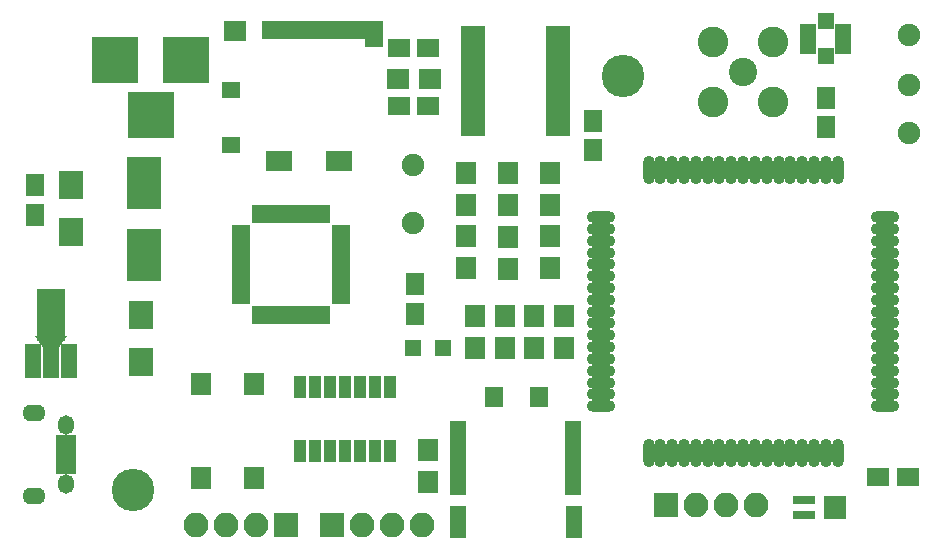
<source format=gts>
G04 #@! TF.GenerationSoftware,KiCad,Pcbnew,(5.1.2)-2*
G04 #@! TF.CreationDate,2019-11-29T14:03:46+11:00*
G04 #@! TF.ProjectId,BoSL_GSP_Micro,426f534c-5f47-4535-905f-4d6963726f2e,0.3 G_*
G04 #@! TF.SameCoordinates,Original*
G04 #@! TF.FileFunction,Soldermask,Top*
G04 #@! TF.FilePolarity,Negative*
%FSLAX46Y46*%
G04 Gerber Fmt 4.6, Leading zero omitted, Abs format (unit mm)*
G04 Created by KiCad (PCBNEW (5.1.2)-2) date 2019-11-29 14:03:46*
%MOMM*%
%LPD*%
G04 APERTURE LIST*
%ADD10R,1.000000X1.900000*%
%ADD11C,1.900000*%
%ADD12R,1.700000X1.900000*%
%ADD13R,2.300000X1.750000*%
%ADD14R,1.600000X1.400000*%
%ADD15R,1.950000X1.750000*%
%ADD16R,1.570000X2.200000*%
%ADD17R,1.150000X1.500000*%
%ADD18R,1.250000X1.500000*%
%ADD19O,1.000000X2.400000*%
%ADD20O,2.400000X1.000000*%
%ADD21R,1.400000X1.200000*%
%ADD22R,1.400000X2.700000*%
%ADD23R,1.500000X1.700000*%
%ADD24C,2.600000*%
%ADD25C,2.400000*%
%ADD26R,2.000000X2.400000*%
%ADD27R,1.650000X1.900000*%
%ADD28R,1.900000X1.650000*%
%ADD29R,2.900000X4.400000*%
%ADD30R,3.900000X3.900000*%
%ADD31R,1.400000X1.400000*%
%ADD32R,2.100000X2.100000*%
%ADD33O,2.100000X2.100000*%
%ADD34R,1.700000X1.950000*%
%ADD35R,1.400000X2.900000*%
%ADD36R,2.400000X4.400000*%
%ADD37C,1.150000*%
%ADD38C,0.100000*%
%ADD39R,1.900000X0.800000*%
%ADD40R,2.150000X0.850000*%
%ADD41R,1.750000X0.800000*%
%ADD42O,1.350000X1.650000*%
%ADD43O,1.950000X1.400000*%
%ADD44R,1.900000X1.700000*%
%ADD45R,1.450000X2.600000*%
%ADD46C,3.600000*%
%ADD47R,1.000000X1.600000*%
%ADD48R,1.600000X1.000000*%
G04 APERTURE END LIST*
D10*
X146810000Y-96300000D03*
X145540000Y-96300000D03*
X144270000Y-96300000D03*
X143000000Y-96300000D03*
X141730000Y-96300000D03*
X140460000Y-96300000D03*
X139190000Y-96300000D03*
X139190000Y-101700000D03*
X140460000Y-101700000D03*
X141730000Y-101700000D03*
X143000000Y-101700000D03*
X144270000Y-101700000D03*
X145540000Y-101700000D03*
X146810000Y-101700000D03*
D11*
X148750000Y-77520000D03*
X148750000Y-82400000D03*
D12*
X160342000Y-80890000D03*
X160342000Y-78190000D03*
X156786000Y-80890000D03*
X156786000Y-78190000D03*
X153230000Y-80890000D03*
X153230000Y-78190000D03*
D13*
X142480000Y-77140000D03*
X137360000Y-77140000D03*
D14*
X133300000Y-75840000D03*
X133300000Y-71140000D03*
D15*
X133685000Y-66165000D03*
D16*
X145425000Y-66390000D03*
D17*
X144225000Y-66040000D03*
D18*
X143175000Y-66040000D03*
X142075000Y-66040000D03*
X140975000Y-66040000D03*
X139875000Y-66040000D03*
X138775000Y-66040000D03*
X137675000Y-66040000D03*
X136575000Y-66040000D03*
D19*
X168690000Y-77920000D03*
X169690000Y-77920000D03*
X170690000Y-77920000D03*
X171690000Y-77920000D03*
X172690000Y-77920000D03*
X173690000Y-77920000D03*
X174690000Y-77920000D03*
X175690000Y-77920000D03*
X176690000Y-77920000D03*
X177690000Y-77920000D03*
X178690000Y-77920000D03*
X179690000Y-77920000D03*
X180690000Y-77920000D03*
X181690000Y-77920000D03*
X182690000Y-77920000D03*
X183690000Y-77920000D03*
X184690000Y-77920000D03*
D20*
X188690000Y-81920000D03*
X188690000Y-82920000D03*
X188690000Y-83920000D03*
X188690000Y-84920000D03*
X188690000Y-85920000D03*
X188690000Y-86920000D03*
X188690000Y-87920000D03*
X188690000Y-88920000D03*
X188690000Y-89920000D03*
X188690000Y-90920000D03*
X188690000Y-91920000D03*
X188690000Y-92920000D03*
X188690000Y-93920000D03*
X188690000Y-94920000D03*
X188690000Y-95920000D03*
X188690000Y-96920000D03*
X188690000Y-97920000D03*
D19*
X184690000Y-101920000D03*
X183690000Y-101920000D03*
X182690000Y-101920000D03*
X181690000Y-101920000D03*
X180690000Y-101920000D03*
X179690000Y-101920000D03*
X178690000Y-101920000D03*
X177690000Y-101920000D03*
X176690000Y-101920000D03*
X175690000Y-101920000D03*
X174690000Y-101920000D03*
X173690000Y-101920000D03*
X172690000Y-101920000D03*
X171690000Y-101920000D03*
X170690000Y-101920000D03*
X169690000Y-101920000D03*
X168690000Y-101920000D03*
D20*
X164690000Y-91920000D03*
X164690000Y-97920000D03*
X164690000Y-96920000D03*
X164690000Y-95920000D03*
X164690000Y-94920000D03*
X164690000Y-93920000D03*
X164690000Y-92920000D03*
X164690000Y-90920000D03*
X164690000Y-89920000D03*
X164690000Y-88920000D03*
X164690000Y-87920000D03*
X164690000Y-86920000D03*
X164690000Y-85920000D03*
X164690000Y-84920000D03*
X164690000Y-81920000D03*
X164690000Y-82920000D03*
X164690000Y-83920000D03*
D21*
X152580000Y-102470000D03*
D22*
X152580000Y-107720000D03*
X152580000Y-100520000D03*
D23*
X155575000Y-97155000D03*
X159385000Y-97155000D03*
D22*
X162280000Y-100520000D03*
X162380000Y-107720000D03*
D21*
X152580000Y-104870000D03*
X152580000Y-103670000D03*
X162280000Y-102470000D03*
X162280000Y-103670000D03*
X162280000Y-104870000D03*
D24*
X174150000Y-67060000D03*
X179230000Y-67060000D03*
X179230000Y-72140000D03*
X174150000Y-72140000D03*
D25*
X176690000Y-69600000D03*
D26*
X125730000Y-94170000D03*
X125730000Y-90170000D03*
D27*
X148900000Y-90100000D03*
X148900000Y-87600000D03*
D28*
X147550000Y-72500000D03*
X150050000Y-72500000D03*
X190640000Y-103890000D03*
X188140000Y-103890000D03*
D27*
X116760000Y-79200000D03*
X116760000Y-81700000D03*
D26*
X119794000Y-79200000D03*
X119794000Y-83200000D03*
D29*
X126000000Y-78990000D03*
X126000000Y-85090000D03*
D28*
X150050000Y-67600000D03*
X147550000Y-67600000D03*
D27*
X164000000Y-76250000D03*
X164000000Y-73750000D03*
D30*
X129540000Y-68580000D03*
X123540000Y-68580000D03*
X126540000Y-73280000D03*
D31*
X148750000Y-93000000D03*
X151250000Y-93000000D03*
D12*
X159000000Y-90300000D03*
X159000000Y-93000000D03*
X154000000Y-90300000D03*
X154000000Y-93000000D03*
X153230000Y-83510000D03*
X153230000Y-86210000D03*
X156786000Y-83590000D03*
X156786000Y-86290000D03*
X160342000Y-83510000D03*
X160342000Y-86210000D03*
D32*
X138000000Y-108000000D03*
D33*
X135460000Y-108000000D03*
X132920000Y-108000000D03*
X130380000Y-108000000D03*
D32*
X141920000Y-108000000D03*
D33*
X144460000Y-108000000D03*
X147000000Y-108000000D03*
X149540000Y-108000000D03*
D32*
X170130000Y-106250000D03*
D33*
X172670000Y-106250000D03*
X175210000Y-106250000D03*
X177750000Y-106250000D03*
D12*
X150000000Y-101650000D03*
X150000000Y-104350000D03*
X161500000Y-90300000D03*
X161500000Y-93000000D03*
X156500000Y-93000000D03*
X156500000Y-90300000D03*
D34*
X135250000Y-96050000D03*
X135250000Y-104000000D03*
X130750000Y-96050000D03*
X130750000Y-104000000D03*
D11*
X190750000Y-74750000D03*
X190750000Y-70750000D03*
X190750000Y-66500000D03*
D35*
X116610000Y-94130000D03*
X118110000Y-94130000D03*
X119610000Y-94130000D03*
D36*
X118110000Y-90170000D03*
D37*
X118110000Y-92520000D03*
D38*
G36*
X119483703Y-91945000D02*
G01*
X118717037Y-93095000D01*
X117502963Y-93095000D01*
X116736297Y-91945000D01*
X119483703Y-91945000D01*
X119483703Y-91945000D01*
G37*
D39*
X184500000Y-107150000D03*
X184500000Y-106500000D03*
X184500000Y-105850000D03*
X181840000Y-105850000D03*
X181840000Y-107150000D03*
D40*
X160986000Y-74633000D03*
X160986000Y-73983000D03*
X160986000Y-73333000D03*
X160986000Y-72683000D03*
X160986000Y-72033000D03*
X160986000Y-71383000D03*
X160986000Y-70733000D03*
X160986000Y-70083000D03*
X160986000Y-69433000D03*
X160986000Y-68783000D03*
X160986000Y-68133000D03*
X160986000Y-67483000D03*
X160986000Y-66833000D03*
X160986000Y-66183000D03*
X153786000Y-66183000D03*
X153786000Y-66833000D03*
X153786000Y-67483000D03*
X153786000Y-68133000D03*
X153786000Y-68783000D03*
X153786000Y-69433000D03*
X153786000Y-70083000D03*
X153786000Y-70733000D03*
X153786000Y-71383000D03*
X153786000Y-72033000D03*
X153786000Y-72683000D03*
X153786000Y-73333000D03*
X153786000Y-73983000D03*
X153786000Y-74633000D03*
D41*
X119350000Y-100700000D03*
X119350000Y-101350000D03*
X119350000Y-102000000D03*
X119350000Y-102650000D03*
X119350000Y-103300000D03*
D42*
X119350000Y-99500000D03*
X119350000Y-104500000D03*
D43*
X116650000Y-98500000D03*
X116650000Y-105500000D03*
D44*
X150150000Y-70200000D03*
X147450000Y-70200000D03*
D31*
X183700000Y-68300000D03*
X183700000Y-65300000D03*
D45*
X185175000Y-66800000D03*
X182225000Y-66800000D03*
D27*
X183700000Y-74300000D03*
X183700000Y-71800000D03*
D46*
X125000000Y-105000000D03*
X166500000Y-70000000D03*
D47*
X141230000Y-90170000D03*
X140430000Y-90170000D03*
X139630000Y-90170000D03*
X138830000Y-90170000D03*
X138030000Y-90170000D03*
X137230000Y-90170000D03*
X136430000Y-90170000D03*
X135630000Y-90170000D03*
D48*
X134180000Y-88720000D03*
X134180000Y-87920000D03*
X134180000Y-87120000D03*
X134180000Y-86320000D03*
X134180000Y-85520000D03*
X134180000Y-84720000D03*
X134180000Y-83920000D03*
X134180000Y-83120000D03*
D47*
X135630000Y-81670000D03*
X136430000Y-81670000D03*
X137230000Y-81670000D03*
X138030000Y-81670000D03*
X138830000Y-81670000D03*
X139630000Y-81670000D03*
X140430000Y-81670000D03*
X141230000Y-81670000D03*
D48*
X142680000Y-83120000D03*
X142680000Y-83920000D03*
X142680000Y-84720000D03*
X142680000Y-85520000D03*
X142680000Y-86320000D03*
X142680000Y-87120000D03*
X142680000Y-87920000D03*
X142680000Y-88720000D03*
M02*

</source>
